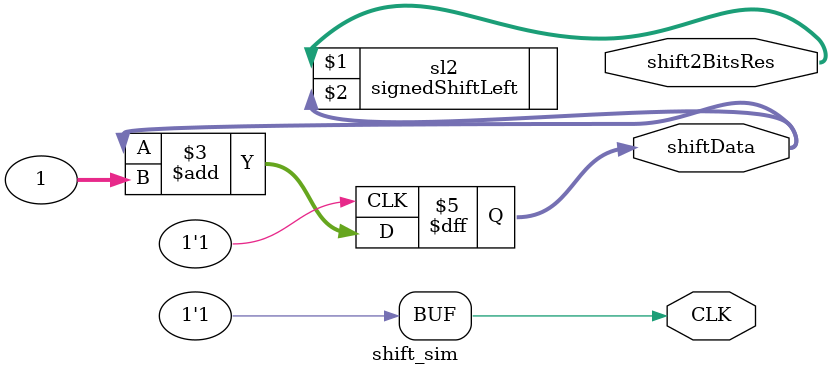
<source format=v>
`timescale 1ns / 1ps


module shift_sim(
    output reg CLK,
    output reg [31:0] shiftData,
    output [31:0] shift2BitsRes
    );
   parameter PERIOD = 10;
    //Ê±ÖÓ·¢ÉúÄ£¿é
   always begin
      CLK = 1'b0;
      #(PERIOD/2) CLK = 1'b1;
      #(PERIOD/2);
   end
   //ÊµÀý»¯ÒÆÎ»ÓÐ·ûºÅ×óÒÆ2Î»Ä£¿é
   signedShiftLeft #(2,32)sl2(shift2BitsRes,shiftData);
   
   always @(posedge CLK) //Ã¿¸öÊ±ÖÓÉÏÉýÑØÒÆÎ»Êý¾Ý+1
        shiftData = shiftData+1;
  
   initial shiftData = 32'hfffffffa;
endmodule

</source>
